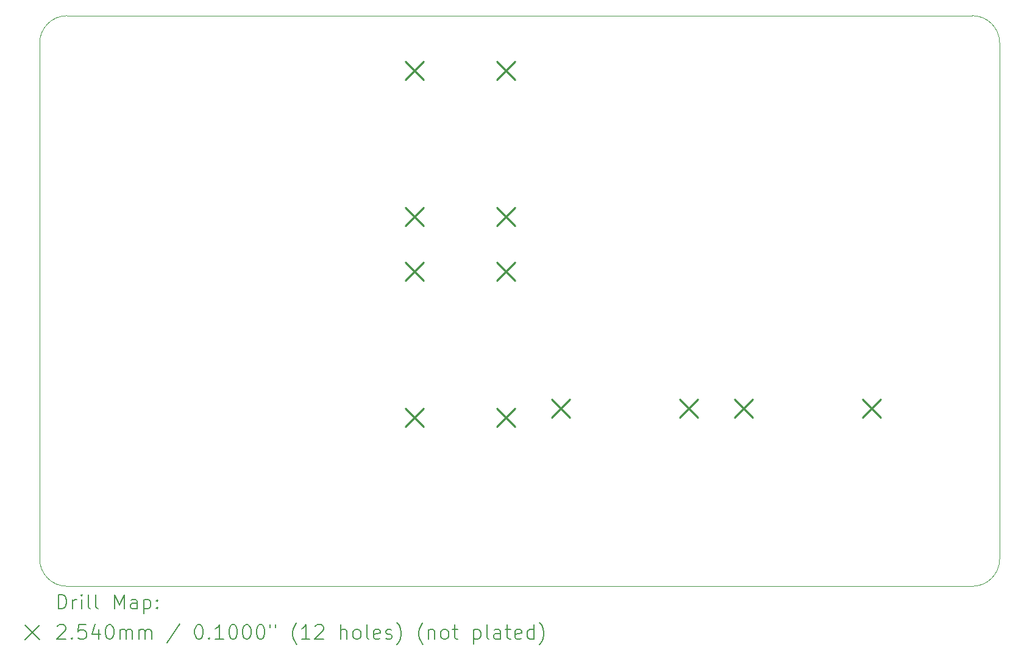
<source format=gbr>
%TF.GenerationSoftware,KiCad,Pcbnew,7.0.5-0*%
%TF.CreationDate,2023-06-10T23:19:52+02:00*%
%TF.ProjectId,Cryologger AWS,4372796f-6c6f-4676-9765-72204157532e,rev?*%
%TF.SameCoordinates,Original*%
%TF.FileFunction,Drillmap*%
%TF.FilePolarity,Positive*%
%FSLAX45Y45*%
G04 Gerber Fmt 4.5, Leading zero omitted, Abs format (unit mm)*
G04 Created by KiCad (PCBNEW 7.0.5-0) date 2023-06-10 23:19:52*
%MOMM*%
%LPD*%
G01*
G04 APERTURE LIST*
%ADD10C,0.050000*%
%ADD11C,0.200000*%
%ADD12C,0.254000*%
G04 APERTURE END LIST*
D10*
X21717000Y-13652500D02*
G75*
G03*
X22098000Y-13271500I0J381000D01*
G01*
X9144000Y-5715000D02*
G75*
G03*
X8763000Y-6096000I0J-381000D01*
G01*
X8763000Y-13271500D02*
X8763000Y-6096000D01*
X8763000Y-13271500D02*
G75*
G03*
X9144000Y-13652500I381000J0D01*
G01*
X22098000Y-6096000D02*
X22098000Y-13271500D01*
X22098000Y-6096000D02*
G75*
G03*
X21717000Y-5715000I-381000J0D01*
G01*
X9144000Y-13652500D02*
X21717000Y-13652500D01*
X9144000Y-5715000D02*
X21717000Y-5715000D01*
D11*
D12*
X13843000Y-6350000D02*
X14097000Y-6604000D01*
X14097000Y-6350000D02*
X13843000Y-6604000D01*
X13843000Y-8382000D02*
X14097000Y-8636000D01*
X14097000Y-8382000D02*
X13843000Y-8636000D01*
X13843000Y-9144000D02*
X14097000Y-9398000D01*
X14097000Y-9144000D02*
X13843000Y-9398000D01*
X13843000Y-11176000D02*
X14097000Y-11430000D01*
X14097000Y-11176000D02*
X13843000Y-11430000D01*
X15113000Y-6350000D02*
X15367000Y-6604000D01*
X15367000Y-6350000D02*
X15113000Y-6604000D01*
X15113000Y-8382000D02*
X15367000Y-8636000D01*
X15367000Y-8382000D02*
X15113000Y-8636000D01*
X15113000Y-9144000D02*
X15367000Y-9398000D01*
X15367000Y-9144000D02*
X15113000Y-9398000D01*
X15113000Y-11176000D02*
X15367000Y-11430000D01*
X15367000Y-11176000D02*
X15113000Y-11430000D01*
X15875000Y-11049000D02*
X16129000Y-11303000D01*
X16129000Y-11049000D02*
X15875000Y-11303000D01*
X17653000Y-11049000D02*
X17907000Y-11303000D01*
X17907000Y-11049000D02*
X17653000Y-11303000D01*
X18415000Y-11049000D02*
X18669000Y-11303000D01*
X18669000Y-11049000D02*
X18415000Y-11303000D01*
X20193000Y-11049000D02*
X20447000Y-11303000D01*
X20447000Y-11049000D02*
X20193000Y-11303000D01*
D11*
X9021277Y-13966484D02*
X9021277Y-13766484D01*
X9021277Y-13766484D02*
X9068896Y-13766484D01*
X9068896Y-13766484D02*
X9097467Y-13776008D01*
X9097467Y-13776008D02*
X9116515Y-13795055D01*
X9116515Y-13795055D02*
X9126039Y-13814103D01*
X9126039Y-13814103D02*
X9135563Y-13852198D01*
X9135563Y-13852198D02*
X9135563Y-13880769D01*
X9135563Y-13880769D02*
X9126039Y-13918865D01*
X9126039Y-13918865D02*
X9116515Y-13937912D01*
X9116515Y-13937912D02*
X9097467Y-13956960D01*
X9097467Y-13956960D02*
X9068896Y-13966484D01*
X9068896Y-13966484D02*
X9021277Y-13966484D01*
X9221277Y-13966484D02*
X9221277Y-13833150D01*
X9221277Y-13871246D02*
X9230801Y-13852198D01*
X9230801Y-13852198D02*
X9240324Y-13842674D01*
X9240324Y-13842674D02*
X9259372Y-13833150D01*
X9259372Y-13833150D02*
X9278420Y-13833150D01*
X9345086Y-13966484D02*
X9345086Y-13833150D01*
X9345086Y-13766484D02*
X9335563Y-13776008D01*
X9335563Y-13776008D02*
X9345086Y-13785531D01*
X9345086Y-13785531D02*
X9354610Y-13776008D01*
X9354610Y-13776008D02*
X9345086Y-13766484D01*
X9345086Y-13766484D02*
X9345086Y-13785531D01*
X9468896Y-13966484D02*
X9449848Y-13956960D01*
X9449848Y-13956960D02*
X9440324Y-13937912D01*
X9440324Y-13937912D02*
X9440324Y-13766484D01*
X9573658Y-13966484D02*
X9554610Y-13956960D01*
X9554610Y-13956960D02*
X9545086Y-13937912D01*
X9545086Y-13937912D02*
X9545086Y-13766484D01*
X9802229Y-13966484D02*
X9802229Y-13766484D01*
X9802229Y-13766484D02*
X9868896Y-13909341D01*
X9868896Y-13909341D02*
X9935563Y-13766484D01*
X9935563Y-13766484D02*
X9935563Y-13966484D01*
X10116515Y-13966484D02*
X10116515Y-13861722D01*
X10116515Y-13861722D02*
X10106991Y-13842674D01*
X10106991Y-13842674D02*
X10087944Y-13833150D01*
X10087944Y-13833150D02*
X10049848Y-13833150D01*
X10049848Y-13833150D02*
X10030801Y-13842674D01*
X10116515Y-13956960D02*
X10097467Y-13966484D01*
X10097467Y-13966484D02*
X10049848Y-13966484D01*
X10049848Y-13966484D02*
X10030801Y-13956960D01*
X10030801Y-13956960D02*
X10021277Y-13937912D01*
X10021277Y-13937912D02*
X10021277Y-13918865D01*
X10021277Y-13918865D02*
X10030801Y-13899817D01*
X10030801Y-13899817D02*
X10049848Y-13890293D01*
X10049848Y-13890293D02*
X10097467Y-13890293D01*
X10097467Y-13890293D02*
X10116515Y-13880769D01*
X10211753Y-13833150D02*
X10211753Y-14033150D01*
X10211753Y-13842674D02*
X10230801Y-13833150D01*
X10230801Y-13833150D02*
X10268896Y-13833150D01*
X10268896Y-13833150D02*
X10287944Y-13842674D01*
X10287944Y-13842674D02*
X10297467Y-13852198D01*
X10297467Y-13852198D02*
X10306991Y-13871246D01*
X10306991Y-13871246D02*
X10306991Y-13928388D01*
X10306991Y-13928388D02*
X10297467Y-13947436D01*
X10297467Y-13947436D02*
X10287944Y-13956960D01*
X10287944Y-13956960D02*
X10268896Y-13966484D01*
X10268896Y-13966484D02*
X10230801Y-13966484D01*
X10230801Y-13966484D02*
X10211753Y-13956960D01*
X10392705Y-13947436D02*
X10402229Y-13956960D01*
X10402229Y-13956960D02*
X10392705Y-13966484D01*
X10392705Y-13966484D02*
X10383182Y-13956960D01*
X10383182Y-13956960D02*
X10392705Y-13947436D01*
X10392705Y-13947436D02*
X10392705Y-13966484D01*
X10392705Y-13842674D02*
X10402229Y-13852198D01*
X10402229Y-13852198D02*
X10392705Y-13861722D01*
X10392705Y-13861722D02*
X10383182Y-13852198D01*
X10383182Y-13852198D02*
X10392705Y-13842674D01*
X10392705Y-13842674D02*
X10392705Y-13861722D01*
X8560500Y-14195000D02*
X8760500Y-14395000D01*
X8760500Y-14195000D02*
X8560500Y-14395000D01*
X9011753Y-14205531D02*
X9021277Y-14196008D01*
X9021277Y-14196008D02*
X9040324Y-14186484D01*
X9040324Y-14186484D02*
X9087944Y-14186484D01*
X9087944Y-14186484D02*
X9106991Y-14196008D01*
X9106991Y-14196008D02*
X9116515Y-14205531D01*
X9116515Y-14205531D02*
X9126039Y-14224579D01*
X9126039Y-14224579D02*
X9126039Y-14243627D01*
X9126039Y-14243627D02*
X9116515Y-14272198D01*
X9116515Y-14272198D02*
X9002229Y-14386484D01*
X9002229Y-14386484D02*
X9126039Y-14386484D01*
X9211753Y-14367436D02*
X9221277Y-14376960D01*
X9221277Y-14376960D02*
X9211753Y-14386484D01*
X9211753Y-14386484D02*
X9202229Y-14376960D01*
X9202229Y-14376960D02*
X9211753Y-14367436D01*
X9211753Y-14367436D02*
X9211753Y-14386484D01*
X9402229Y-14186484D02*
X9306991Y-14186484D01*
X9306991Y-14186484D02*
X9297467Y-14281722D01*
X9297467Y-14281722D02*
X9306991Y-14272198D01*
X9306991Y-14272198D02*
X9326039Y-14262674D01*
X9326039Y-14262674D02*
X9373658Y-14262674D01*
X9373658Y-14262674D02*
X9392705Y-14272198D01*
X9392705Y-14272198D02*
X9402229Y-14281722D01*
X9402229Y-14281722D02*
X9411753Y-14300769D01*
X9411753Y-14300769D02*
X9411753Y-14348388D01*
X9411753Y-14348388D02*
X9402229Y-14367436D01*
X9402229Y-14367436D02*
X9392705Y-14376960D01*
X9392705Y-14376960D02*
X9373658Y-14386484D01*
X9373658Y-14386484D02*
X9326039Y-14386484D01*
X9326039Y-14386484D02*
X9306991Y-14376960D01*
X9306991Y-14376960D02*
X9297467Y-14367436D01*
X9583182Y-14253150D02*
X9583182Y-14386484D01*
X9535563Y-14176960D02*
X9487944Y-14319817D01*
X9487944Y-14319817D02*
X9611753Y-14319817D01*
X9726039Y-14186484D02*
X9745086Y-14186484D01*
X9745086Y-14186484D02*
X9764134Y-14196008D01*
X9764134Y-14196008D02*
X9773658Y-14205531D01*
X9773658Y-14205531D02*
X9783182Y-14224579D01*
X9783182Y-14224579D02*
X9792705Y-14262674D01*
X9792705Y-14262674D02*
X9792705Y-14310293D01*
X9792705Y-14310293D02*
X9783182Y-14348388D01*
X9783182Y-14348388D02*
X9773658Y-14367436D01*
X9773658Y-14367436D02*
X9764134Y-14376960D01*
X9764134Y-14376960D02*
X9745086Y-14386484D01*
X9745086Y-14386484D02*
X9726039Y-14386484D01*
X9726039Y-14386484D02*
X9706991Y-14376960D01*
X9706991Y-14376960D02*
X9697467Y-14367436D01*
X9697467Y-14367436D02*
X9687944Y-14348388D01*
X9687944Y-14348388D02*
X9678420Y-14310293D01*
X9678420Y-14310293D02*
X9678420Y-14262674D01*
X9678420Y-14262674D02*
X9687944Y-14224579D01*
X9687944Y-14224579D02*
X9697467Y-14205531D01*
X9697467Y-14205531D02*
X9706991Y-14196008D01*
X9706991Y-14196008D02*
X9726039Y-14186484D01*
X9878420Y-14386484D02*
X9878420Y-14253150D01*
X9878420Y-14272198D02*
X9887944Y-14262674D01*
X9887944Y-14262674D02*
X9906991Y-14253150D01*
X9906991Y-14253150D02*
X9935563Y-14253150D01*
X9935563Y-14253150D02*
X9954610Y-14262674D01*
X9954610Y-14262674D02*
X9964134Y-14281722D01*
X9964134Y-14281722D02*
X9964134Y-14386484D01*
X9964134Y-14281722D02*
X9973658Y-14262674D01*
X9973658Y-14262674D02*
X9992705Y-14253150D01*
X9992705Y-14253150D02*
X10021277Y-14253150D01*
X10021277Y-14253150D02*
X10040325Y-14262674D01*
X10040325Y-14262674D02*
X10049848Y-14281722D01*
X10049848Y-14281722D02*
X10049848Y-14386484D01*
X10145086Y-14386484D02*
X10145086Y-14253150D01*
X10145086Y-14272198D02*
X10154610Y-14262674D01*
X10154610Y-14262674D02*
X10173658Y-14253150D01*
X10173658Y-14253150D02*
X10202229Y-14253150D01*
X10202229Y-14253150D02*
X10221277Y-14262674D01*
X10221277Y-14262674D02*
X10230801Y-14281722D01*
X10230801Y-14281722D02*
X10230801Y-14386484D01*
X10230801Y-14281722D02*
X10240325Y-14262674D01*
X10240325Y-14262674D02*
X10259372Y-14253150D01*
X10259372Y-14253150D02*
X10287944Y-14253150D01*
X10287944Y-14253150D02*
X10306991Y-14262674D01*
X10306991Y-14262674D02*
X10316515Y-14281722D01*
X10316515Y-14281722D02*
X10316515Y-14386484D01*
X10706991Y-14176960D02*
X10535563Y-14434103D01*
X10964134Y-14186484D02*
X10983182Y-14186484D01*
X10983182Y-14186484D02*
X11002229Y-14196008D01*
X11002229Y-14196008D02*
X11011753Y-14205531D01*
X11011753Y-14205531D02*
X11021277Y-14224579D01*
X11021277Y-14224579D02*
X11030801Y-14262674D01*
X11030801Y-14262674D02*
X11030801Y-14310293D01*
X11030801Y-14310293D02*
X11021277Y-14348388D01*
X11021277Y-14348388D02*
X11011753Y-14367436D01*
X11011753Y-14367436D02*
X11002229Y-14376960D01*
X11002229Y-14376960D02*
X10983182Y-14386484D01*
X10983182Y-14386484D02*
X10964134Y-14386484D01*
X10964134Y-14386484D02*
X10945087Y-14376960D01*
X10945087Y-14376960D02*
X10935563Y-14367436D01*
X10935563Y-14367436D02*
X10926039Y-14348388D01*
X10926039Y-14348388D02*
X10916515Y-14310293D01*
X10916515Y-14310293D02*
X10916515Y-14262674D01*
X10916515Y-14262674D02*
X10926039Y-14224579D01*
X10926039Y-14224579D02*
X10935563Y-14205531D01*
X10935563Y-14205531D02*
X10945087Y-14196008D01*
X10945087Y-14196008D02*
X10964134Y-14186484D01*
X11116515Y-14367436D02*
X11126039Y-14376960D01*
X11126039Y-14376960D02*
X11116515Y-14386484D01*
X11116515Y-14386484D02*
X11106991Y-14376960D01*
X11106991Y-14376960D02*
X11116515Y-14367436D01*
X11116515Y-14367436D02*
X11116515Y-14386484D01*
X11316515Y-14386484D02*
X11202229Y-14386484D01*
X11259372Y-14386484D02*
X11259372Y-14186484D01*
X11259372Y-14186484D02*
X11240325Y-14215055D01*
X11240325Y-14215055D02*
X11221277Y-14234103D01*
X11221277Y-14234103D02*
X11202229Y-14243627D01*
X11440325Y-14186484D02*
X11459372Y-14186484D01*
X11459372Y-14186484D02*
X11478420Y-14196008D01*
X11478420Y-14196008D02*
X11487944Y-14205531D01*
X11487944Y-14205531D02*
X11497467Y-14224579D01*
X11497467Y-14224579D02*
X11506991Y-14262674D01*
X11506991Y-14262674D02*
X11506991Y-14310293D01*
X11506991Y-14310293D02*
X11497467Y-14348388D01*
X11497467Y-14348388D02*
X11487944Y-14367436D01*
X11487944Y-14367436D02*
X11478420Y-14376960D01*
X11478420Y-14376960D02*
X11459372Y-14386484D01*
X11459372Y-14386484D02*
X11440325Y-14386484D01*
X11440325Y-14386484D02*
X11421277Y-14376960D01*
X11421277Y-14376960D02*
X11411753Y-14367436D01*
X11411753Y-14367436D02*
X11402229Y-14348388D01*
X11402229Y-14348388D02*
X11392706Y-14310293D01*
X11392706Y-14310293D02*
X11392706Y-14262674D01*
X11392706Y-14262674D02*
X11402229Y-14224579D01*
X11402229Y-14224579D02*
X11411753Y-14205531D01*
X11411753Y-14205531D02*
X11421277Y-14196008D01*
X11421277Y-14196008D02*
X11440325Y-14186484D01*
X11630801Y-14186484D02*
X11649848Y-14186484D01*
X11649848Y-14186484D02*
X11668896Y-14196008D01*
X11668896Y-14196008D02*
X11678420Y-14205531D01*
X11678420Y-14205531D02*
X11687944Y-14224579D01*
X11687944Y-14224579D02*
X11697467Y-14262674D01*
X11697467Y-14262674D02*
X11697467Y-14310293D01*
X11697467Y-14310293D02*
X11687944Y-14348388D01*
X11687944Y-14348388D02*
X11678420Y-14367436D01*
X11678420Y-14367436D02*
X11668896Y-14376960D01*
X11668896Y-14376960D02*
X11649848Y-14386484D01*
X11649848Y-14386484D02*
X11630801Y-14386484D01*
X11630801Y-14386484D02*
X11611753Y-14376960D01*
X11611753Y-14376960D02*
X11602229Y-14367436D01*
X11602229Y-14367436D02*
X11592706Y-14348388D01*
X11592706Y-14348388D02*
X11583182Y-14310293D01*
X11583182Y-14310293D02*
X11583182Y-14262674D01*
X11583182Y-14262674D02*
X11592706Y-14224579D01*
X11592706Y-14224579D02*
X11602229Y-14205531D01*
X11602229Y-14205531D02*
X11611753Y-14196008D01*
X11611753Y-14196008D02*
X11630801Y-14186484D01*
X11821277Y-14186484D02*
X11840325Y-14186484D01*
X11840325Y-14186484D02*
X11859372Y-14196008D01*
X11859372Y-14196008D02*
X11868896Y-14205531D01*
X11868896Y-14205531D02*
X11878420Y-14224579D01*
X11878420Y-14224579D02*
X11887944Y-14262674D01*
X11887944Y-14262674D02*
X11887944Y-14310293D01*
X11887944Y-14310293D02*
X11878420Y-14348388D01*
X11878420Y-14348388D02*
X11868896Y-14367436D01*
X11868896Y-14367436D02*
X11859372Y-14376960D01*
X11859372Y-14376960D02*
X11840325Y-14386484D01*
X11840325Y-14386484D02*
X11821277Y-14386484D01*
X11821277Y-14386484D02*
X11802229Y-14376960D01*
X11802229Y-14376960D02*
X11792706Y-14367436D01*
X11792706Y-14367436D02*
X11783182Y-14348388D01*
X11783182Y-14348388D02*
X11773658Y-14310293D01*
X11773658Y-14310293D02*
X11773658Y-14262674D01*
X11773658Y-14262674D02*
X11783182Y-14224579D01*
X11783182Y-14224579D02*
X11792706Y-14205531D01*
X11792706Y-14205531D02*
X11802229Y-14196008D01*
X11802229Y-14196008D02*
X11821277Y-14186484D01*
X11964134Y-14186484D02*
X11964134Y-14224579D01*
X12040325Y-14186484D02*
X12040325Y-14224579D01*
X12335563Y-14462674D02*
X12326039Y-14453150D01*
X12326039Y-14453150D02*
X12306991Y-14424579D01*
X12306991Y-14424579D02*
X12297468Y-14405531D01*
X12297468Y-14405531D02*
X12287944Y-14376960D01*
X12287944Y-14376960D02*
X12278420Y-14329341D01*
X12278420Y-14329341D02*
X12278420Y-14291246D01*
X12278420Y-14291246D02*
X12287944Y-14243627D01*
X12287944Y-14243627D02*
X12297468Y-14215055D01*
X12297468Y-14215055D02*
X12306991Y-14196008D01*
X12306991Y-14196008D02*
X12326039Y-14167436D01*
X12326039Y-14167436D02*
X12335563Y-14157912D01*
X12516515Y-14386484D02*
X12402229Y-14386484D01*
X12459372Y-14386484D02*
X12459372Y-14186484D01*
X12459372Y-14186484D02*
X12440325Y-14215055D01*
X12440325Y-14215055D02*
X12421277Y-14234103D01*
X12421277Y-14234103D02*
X12402229Y-14243627D01*
X12592706Y-14205531D02*
X12602229Y-14196008D01*
X12602229Y-14196008D02*
X12621277Y-14186484D01*
X12621277Y-14186484D02*
X12668896Y-14186484D01*
X12668896Y-14186484D02*
X12687944Y-14196008D01*
X12687944Y-14196008D02*
X12697468Y-14205531D01*
X12697468Y-14205531D02*
X12706991Y-14224579D01*
X12706991Y-14224579D02*
X12706991Y-14243627D01*
X12706991Y-14243627D02*
X12697468Y-14272198D01*
X12697468Y-14272198D02*
X12583182Y-14386484D01*
X12583182Y-14386484D02*
X12706991Y-14386484D01*
X12945087Y-14386484D02*
X12945087Y-14186484D01*
X13030801Y-14386484D02*
X13030801Y-14281722D01*
X13030801Y-14281722D02*
X13021277Y-14262674D01*
X13021277Y-14262674D02*
X13002230Y-14253150D01*
X13002230Y-14253150D02*
X12973658Y-14253150D01*
X12973658Y-14253150D02*
X12954610Y-14262674D01*
X12954610Y-14262674D02*
X12945087Y-14272198D01*
X13154610Y-14386484D02*
X13135563Y-14376960D01*
X13135563Y-14376960D02*
X13126039Y-14367436D01*
X13126039Y-14367436D02*
X13116515Y-14348388D01*
X13116515Y-14348388D02*
X13116515Y-14291246D01*
X13116515Y-14291246D02*
X13126039Y-14272198D01*
X13126039Y-14272198D02*
X13135563Y-14262674D01*
X13135563Y-14262674D02*
X13154610Y-14253150D01*
X13154610Y-14253150D02*
X13183182Y-14253150D01*
X13183182Y-14253150D02*
X13202230Y-14262674D01*
X13202230Y-14262674D02*
X13211753Y-14272198D01*
X13211753Y-14272198D02*
X13221277Y-14291246D01*
X13221277Y-14291246D02*
X13221277Y-14348388D01*
X13221277Y-14348388D02*
X13211753Y-14367436D01*
X13211753Y-14367436D02*
X13202230Y-14376960D01*
X13202230Y-14376960D02*
X13183182Y-14386484D01*
X13183182Y-14386484D02*
X13154610Y-14386484D01*
X13335563Y-14386484D02*
X13316515Y-14376960D01*
X13316515Y-14376960D02*
X13306991Y-14357912D01*
X13306991Y-14357912D02*
X13306991Y-14186484D01*
X13487944Y-14376960D02*
X13468896Y-14386484D01*
X13468896Y-14386484D02*
X13430801Y-14386484D01*
X13430801Y-14386484D02*
X13411753Y-14376960D01*
X13411753Y-14376960D02*
X13402230Y-14357912D01*
X13402230Y-14357912D02*
X13402230Y-14281722D01*
X13402230Y-14281722D02*
X13411753Y-14262674D01*
X13411753Y-14262674D02*
X13430801Y-14253150D01*
X13430801Y-14253150D02*
X13468896Y-14253150D01*
X13468896Y-14253150D02*
X13487944Y-14262674D01*
X13487944Y-14262674D02*
X13497468Y-14281722D01*
X13497468Y-14281722D02*
X13497468Y-14300769D01*
X13497468Y-14300769D02*
X13402230Y-14319817D01*
X13573658Y-14376960D02*
X13592706Y-14386484D01*
X13592706Y-14386484D02*
X13630801Y-14386484D01*
X13630801Y-14386484D02*
X13649849Y-14376960D01*
X13649849Y-14376960D02*
X13659372Y-14357912D01*
X13659372Y-14357912D02*
X13659372Y-14348388D01*
X13659372Y-14348388D02*
X13649849Y-14329341D01*
X13649849Y-14329341D02*
X13630801Y-14319817D01*
X13630801Y-14319817D02*
X13602230Y-14319817D01*
X13602230Y-14319817D02*
X13583182Y-14310293D01*
X13583182Y-14310293D02*
X13573658Y-14291246D01*
X13573658Y-14291246D02*
X13573658Y-14281722D01*
X13573658Y-14281722D02*
X13583182Y-14262674D01*
X13583182Y-14262674D02*
X13602230Y-14253150D01*
X13602230Y-14253150D02*
X13630801Y-14253150D01*
X13630801Y-14253150D02*
X13649849Y-14262674D01*
X13726039Y-14462674D02*
X13735563Y-14453150D01*
X13735563Y-14453150D02*
X13754611Y-14424579D01*
X13754611Y-14424579D02*
X13764134Y-14405531D01*
X13764134Y-14405531D02*
X13773658Y-14376960D01*
X13773658Y-14376960D02*
X13783182Y-14329341D01*
X13783182Y-14329341D02*
X13783182Y-14291246D01*
X13783182Y-14291246D02*
X13773658Y-14243627D01*
X13773658Y-14243627D02*
X13764134Y-14215055D01*
X13764134Y-14215055D02*
X13754611Y-14196008D01*
X13754611Y-14196008D02*
X13735563Y-14167436D01*
X13735563Y-14167436D02*
X13726039Y-14157912D01*
X14087944Y-14462674D02*
X14078420Y-14453150D01*
X14078420Y-14453150D02*
X14059372Y-14424579D01*
X14059372Y-14424579D02*
X14049849Y-14405531D01*
X14049849Y-14405531D02*
X14040325Y-14376960D01*
X14040325Y-14376960D02*
X14030801Y-14329341D01*
X14030801Y-14329341D02*
X14030801Y-14291246D01*
X14030801Y-14291246D02*
X14040325Y-14243627D01*
X14040325Y-14243627D02*
X14049849Y-14215055D01*
X14049849Y-14215055D02*
X14059372Y-14196008D01*
X14059372Y-14196008D02*
X14078420Y-14167436D01*
X14078420Y-14167436D02*
X14087944Y-14157912D01*
X14164134Y-14253150D02*
X14164134Y-14386484D01*
X14164134Y-14272198D02*
X14173658Y-14262674D01*
X14173658Y-14262674D02*
X14192706Y-14253150D01*
X14192706Y-14253150D02*
X14221277Y-14253150D01*
X14221277Y-14253150D02*
X14240325Y-14262674D01*
X14240325Y-14262674D02*
X14249849Y-14281722D01*
X14249849Y-14281722D02*
X14249849Y-14386484D01*
X14373658Y-14386484D02*
X14354611Y-14376960D01*
X14354611Y-14376960D02*
X14345087Y-14367436D01*
X14345087Y-14367436D02*
X14335563Y-14348388D01*
X14335563Y-14348388D02*
X14335563Y-14291246D01*
X14335563Y-14291246D02*
X14345087Y-14272198D01*
X14345087Y-14272198D02*
X14354611Y-14262674D01*
X14354611Y-14262674D02*
X14373658Y-14253150D01*
X14373658Y-14253150D02*
X14402230Y-14253150D01*
X14402230Y-14253150D02*
X14421277Y-14262674D01*
X14421277Y-14262674D02*
X14430801Y-14272198D01*
X14430801Y-14272198D02*
X14440325Y-14291246D01*
X14440325Y-14291246D02*
X14440325Y-14348388D01*
X14440325Y-14348388D02*
X14430801Y-14367436D01*
X14430801Y-14367436D02*
X14421277Y-14376960D01*
X14421277Y-14376960D02*
X14402230Y-14386484D01*
X14402230Y-14386484D02*
X14373658Y-14386484D01*
X14497468Y-14253150D02*
X14573658Y-14253150D01*
X14526039Y-14186484D02*
X14526039Y-14357912D01*
X14526039Y-14357912D02*
X14535563Y-14376960D01*
X14535563Y-14376960D02*
X14554611Y-14386484D01*
X14554611Y-14386484D02*
X14573658Y-14386484D01*
X14792706Y-14253150D02*
X14792706Y-14453150D01*
X14792706Y-14262674D02*
X14811753Y-14253150D01*
X14811753Y-14253150D02*
X14849849Y-14253150D01*
X14849849Y-14253150D02*
X14868896Y-14262674D01*
X14868896Y-14262674D02*
X14878420Y-14272198D01*
X14878420Y-14272198D02*
X14887944Y-14291246D01*
X14887944Y-14291246D02*
X14887944Y-14348388D01*
X14887944Y-14348388D02*
X14878420Y-14367436D01*
X14878420Y-14367436D02*
X14868896Y-14376960D01*
X14868896Y-14376960D02*
X14849849Y-14386484D01*
X14849849Y-14386484D02*
X14811753Y-14386484D01*
X14811753Y-14386484D02*
X14792706Y-14376960D01*
X15002230Y-14386484D02*
X14983182Y-14376960D01*
X14983182Y-14376960D02*
X14973658Y-14357912D01*
X14973658Y-14357912D02*
X14973658Y-14186484D01*
X15164134Y-14386484D02*
X15164134Y-14281722D01*
X15164134Y-14281722D02*
X15154611Y-14262674D01*
X15154611Y-14262674D02*
X15135563Y-14253150D01*
X15135563Y-14253150D02*
X15097468Y-14253150D01*
X15097468Y-14253150D02*
X15078420Y-14262674D01*
X15164134Y-14376960D02*
X15145087Y-14386484D01*
X15145087Y-14386484D02*
X15097468Y-14386484D01*
X15097468Y-14386484D02*
X15078420Y-14376960D01*
X15078420Y-14376960D02*
X15068896Y-14357912D01*
X15068896Y-14357912D02*
X15068896Y-14338865D01*
X15068896Y-14338865D02*
X15078420Y-14319817D01*
X15078420Y-14319817D02*
X15097468Y-14310293D01*
X15097468Y-14310293D02*
X15145087Y-14310293D01*
X15145087Y-14310293D02*
X15164134Y-14300769D01*
X15230801Y-14253150D02*
X15306992Y-14253150D01*
X15259373Y-14186484D02*
X15259373Y-14357912D01*
X15259373Y-14357912D02*
X15268896Y-14376960D01*
X15268896Y-14376960D02*
X15287944Y-14386484D01*
X15287944Y-14386484D02*
X15306992Y-14386484D01*
X15449849Y-14376960D02*
X15430801Y-14386484D01*
X15430801Y-14386484D02*
X15392706Y-14386484D01*
X15392706Y-14386484D02*
X15373658Y-14376960D01*
X15373658Y-14376960D02*
X15364134Y-14357912D01*
X15364134Y-14357912D02*
X15364134Y-14281722D01*
X15364134Y-14281722D02*
X15373658Y-14262674D01*
X15373658Y-14262674D02*
X15392706Y-14253150D01*
X15392706Y-14253150D02*
X15430801Y-14253150D01*
X15430801Y-14253150D02*
X15449849Y-14262674D01*
X15449849Y-14262674D02*
X15459373Y-14281722D01*
X15459373Y-14281722D02*
X15459373Y-14300769D01*
X15459373Y-14300769D02*
X15364134Y-14319817D01*
X15630801Y-14386484D02*
X15630801Y-14186484D01*
X15630801Y-14376960D02*
X15611754Y-14386484D01*
X15611754Y-14386484D02*
X15573658Y-14386484D01*
X15573658Y-14386484D02*
X15554611Y-14376960D01*
X15554611Y-14376960D02*
X15545087Y-14367436D01*
X15545087Y-14367436D02*
X15535563Y-14348388D01*
X15535563Y-14348388D02*
X15535563Y-14291246D01*
X15535563Y-14291246D02*
X15545087Y-14272198D01*
X15545087Y-14272198D02*
X15554611Y-14262674D01*
X15554611Y-14262674D02*
X15573658Y-14253150D01*
X15573658Y-14253150D02*
X15611754Y-14253150D01*
X15611754Y-14253150D02*
X15630801Y-14262674D01*
X15706992Y-14462674D02*
X15716515Y-14453150D01*
X15716515Y-14453150D02*
X15735563Y-14424579D01*
X15735563Y-14424579D02*
X15745087Y-14405531D01*
X15745087Y-14405531D02*
X15754611Y-14376960D01*
X15754611Y-14376960D02*
X15764134Y-14329341D01*
X15764134Y-14329341D02*
X15764134Y-14291246D01*
X15764134Y-14291246D02*
X15754611Y-14243627D01*
X15754611Y-14243627D02*
X15745087Y-14215055D01*
X15745087Y-14215055D02*
X15735563Y-14196008D01*
X15735563Y-14196008D02*
X15716515Y-14167436D01*
X15716515Y-14167436D02*
X15706992Y-14157912D01*
M02*

</source>
